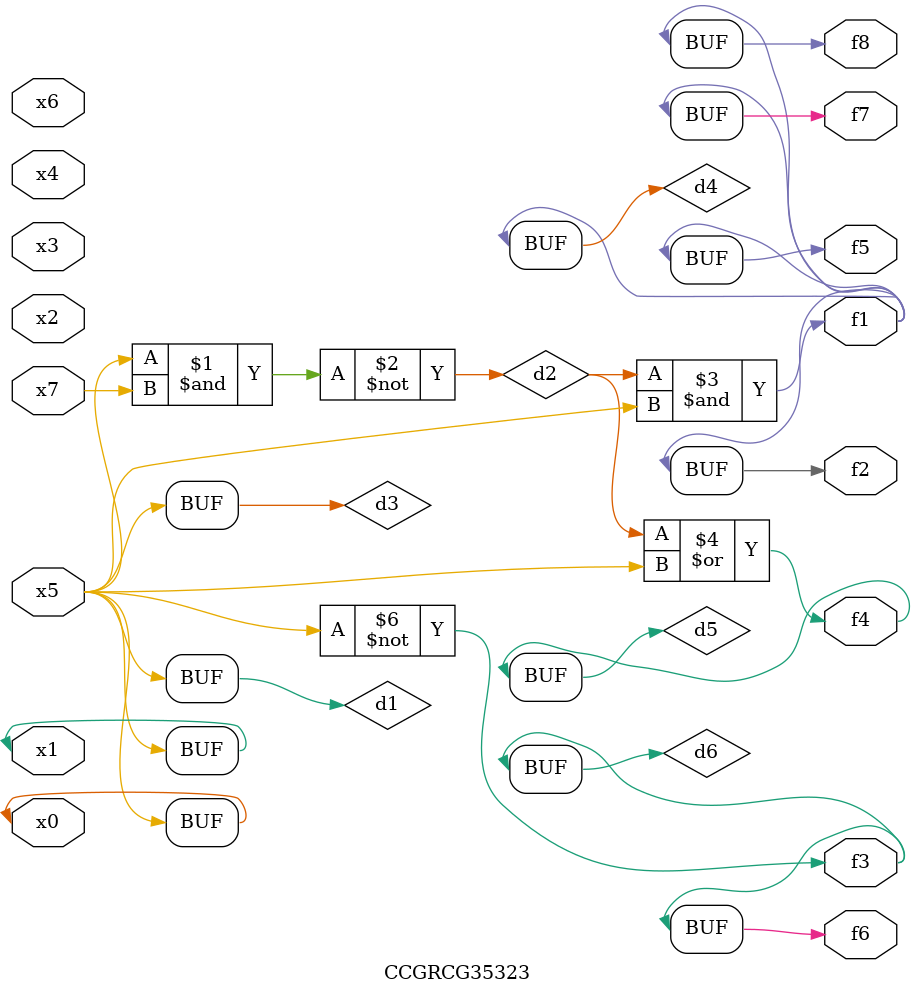
<source format=v>
module CCGRCG35323(
	input x0, x1, x2, x3, x4, x5, x6, x7,
	output f1, f2, f3, f4, f5, f6, f7, f8
);

	wire d1, d2, d3, d4, d5, d6;

	buf (d1, x0, x5);
	nand (d2, x5, x7);
	buf (d3, x0, x1);
	and (d4, d2, d3);
	or (d5, d2, d3);
	nor (d6, d1, d3);
	assign f1 = d4;
	assign f2 = d4;
	assign f3 = d6;
	assign f4 = d5;
	assign f5 = d4;
	assign f6 = d6;
	assign f7 = d4;
	assign f8 = d4;
endmodule

</source>
